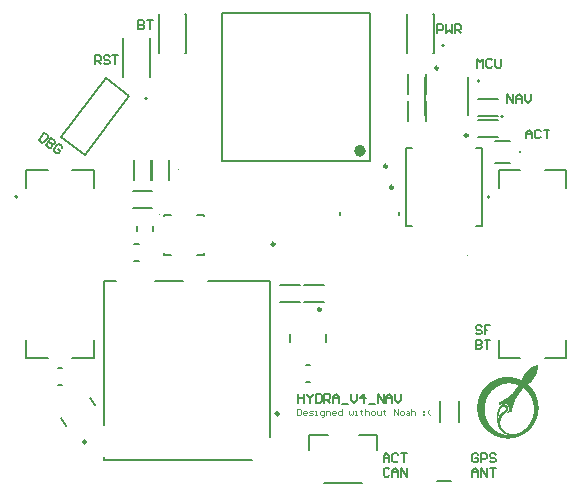
<source format=gto>
G04*
G04 #@! TF.GenerationSoftware,Altium Limited,Altium Designer,24.4.1 (13)*
G04*
G04 Layer_Color=65535*
%FSLAX44Y44*%
%MOMM*%
G71*
G04*
G04 #@! TF.SameCoordinates,55532D4A-085B-46E5-86D8-018E79720E20*
G04*
G04*
G04 #@! TF.FilePolarity,Positive*
G04*
G01*
G75*
%ADD10C,0.1000*%
%ADD11C,0.2500*%
%ADD12C,0.2000*%
%ADD13C,0.5000*%
%ADD14C,0.1500*%
G36*
X205000Y-85000D02*
X204970Y-85711D01*
X204941Y-85800D01*
X204896Y-86170D01*
X204867Y-86584D01*
X204837Y-86940D01*
X204807Y-87117D01*
X204778Y-87265D01*
X204734Y-87665D01*
X204660Y-88124D01*
X204630Y-88243D01*
X204600Y-88391D01*
X204571Y-88657D01*
X204541Y-88805D01*
X204511Y-88924D01*
X204467Y-89087D01*
X204437Y-89294D01*
X204408Y-89472D01*
X204349Y-89620D01*
X204319Y-89738D01*
X204275Y-90019D01*
X204215Y-90167D01*
X204171Y-90330D01*
X204141Y-90538D01*
X204052Y-90745D01*
X204023Y-90863D01*
X203978Y-91056D01*
X203919Y-91204D01*
X203830Y-91530D01*
X203756Y-91692D01*
X203727Y-91811D01*
X203579Y-92196D01*
X203549Y-92314D01*
X203431Y-92581D01*
X203401Y-92699D01*
X203342Y-92759D01*
X203312Y-92877D01*
X203164Y-93203D01*
X203105Y-93351D01*
X202986Y-93617D01*
X202957Y-93677D01*
X202897Y-93736D01*
X202853Y-93899D01*
X202779Y-94002D01*
X202720Y-94150D01*
X202690Y-94210D01*
X202631Y-94269D01*
X202557Y-94461D01*
X202512Y-94506D01*
X202483Y-94565D01*
X202365Y-94772D01*
X202216Y-95039D01*
X202098Y-95246D01*
X202039Y-95305D01*
X202009Y-95424D01*
X201891Y-95542D01*
X201861Y-95631D01*
X201743Y-95809D01*
X201713Y-95868D01*
X201624Y-95957D01*
X201535Y-96105D01*
X201417Y-96283D01*
X201387Y-96342D01*
X201298Y-96431D01*
X201269Y-96490D01*
X201180Y-96579D01*
X201091Y-96727D01*
X200810Y-97097D01*
X200765Y-97141D01*
X200736Y-97200D01*
X200617Y-97319D01*
X200529Y-97467D01*
X200440Y-97556D01*
X200410Y-97615D01*
X200292Y-97733D01*
X200262Y-97793D01*
X200084Y-97970D01*
X200055Y-98030D01*
X199907Y-98178D01*
X199877Y-98237D01*
X199729Y-98385D01*
X199699Y-98444D01*
X199640Y-98474D01*
X199611Y-98533D01*
X199462Y-98681D01*
X199433Y-98740D01*
X199344Y-98799D01*
X199314Y-98859D01*
X197967Y-100206D01*
X197923Y-100221D01*
X197893Y-100280D01*
X197848Y-100325D01*
X197789Y-100354D01*
X197701Y-100473D01*
X197641Y-100502D01*
X197256Y-100887D01*
X197197Y-100917D01*
X196960Y-101154D01*
X196901Y-101183D01*
X196634Y-101450D01*
X196575Y-101480D01*
X196427Y-101628D01*
X196368Y-101657D01*
X196324Y-101790D01*
X196353Y-101879D01*
X196397Y-101924D01*
X196457Y-101953D01*
X196575Y-102072D01*
X196620Y-102087D01*
X196649Y-102146D01*
X196827Y-102294D01*
X197019Y-102486D01*
X197064Y-102501D01*
X197093Y-102560D01*
X197138Y-102605D01*
X197197Y-102634D01*
X197256Y-102723D01*
X197316Y-102753D01*
X198071Y-103508D01*
X198100Y-103567D01*
X198145Y-103612D01*
X198189Y-103626D01*
X198219Y-103686D01*
X198604Y-104071D01*
X198633Y-104130D01*
X198781Y-104278D01*
X198796Y-104322D01*
X198855Y-104352D01*
X198929Y-104456D01*
X199018Y-104544D01*
X199048Y-104604D01*
X199166Y-104722D01*
X199196Y-104781D01*
X199314Y-104900D01*
X199344Y-104959D01*
X199462Y-105077D01*
X199492Y-105137D01*
X199581Y-105225D01*
X199611Y-105285D01*
X199744Y-105448D01*
X199981Y-105744D01*
X200025Y-105788D01*
X200055Y-105847D01*
X200203Y-106055D01*
X200232Y-106114D01*
X200321Y-106203D01*
X200351Y-106262D01*
X200440Y-106351D01*
X200558Y-106558D01*
X200617Y-106617D01*
X200647Y-106677D01*
X200706Y-106736D01*
X200795Y-106884D01*
X200854Y-106943D01*
X201091Y-107358D01*
X201150Y-107417D01*
X201239Y-107565D01*
X201358Y-107772D01*
X201417Y-107831D01*
X201654Y-108246D01*
X201831Y-108542D01*
X201980Y-108809D01*
X202098Y-109016D01*
X202246Y-109283D01*
X202335Y-109490D01*
X202365Y-109549D01*
X202424Y-109608D01*
X202453Y-109727D01*
X202483Y-109786D01*
X202601Y-109964D01*
X202631Y-110082D01*
X202690Y-110141D01*
X202779Y-110378D01*
X202897Y-110645D01*
X202927Y-110704D01*
X203046Y-110970D01*
X203075Y-111030D01*
X203164Y-111237D01*
X203312Y-111563D01*
X203342Y-111681D01*
X203460Y-111948D01*
X203490Y-112066D01*
X203549Y-112125D01*
X203608Y-112362D01*
X203638Y-112421D01*
X203727Y-112629D01*
X203771Y-112792D01*
X203845Y-112954D01*
X203875Y-113073D01*
X203919Y-113236D01*
X203993Y-113399D01*
X204052Y-113636D01*
X204141Y-113843D01*
X204186Y-114065D01*
X204245Y-114213D01*
X204289Y-114376D01*
X204334Y-114598D01*
X204408Y-114790D01*
X204437Y-114909D01*
X204482Y-115131D01*
X204556Y-115383D01*
X204585Y-115501D01*
X204615Y-115768D01*
X204674Y-115916D01*
X204704Y-116034D01*
X204734Y-116241D01*
X204763Y-116360D01*
X204807Y-116552D01*
X204837Y-116671D01*
X204867Y-116908D01*
X204926Y-117263D01*
X204985Y-117500D01*
X205015Y-117855D01*
X205044Y-118122D01*
X205074Y-118270D01*
X205104Y-118448D01*
X205148Y-118847D01*
X205193Y-119632D01*
X205222Y-119810D01*
X205266Y-119913D01*
X205296Y-120002D01*
X205281Y-123186D01*
X205237Y-123200D01*
X205178Y-123615D01*
X205133Y-124429D01*
X205104Y-124666D01*
X205044Y-124962D01*
X205015Y-125259D01*
X204985Y-125584D01*
X204956Y-125732D01*
X204911Y-125895D01*
X204852Y-126310D01*
X204807Y-126561D01*
X204763Y-126724D01*
X204734Y-126932D01*
X204660Y-127243D01*
X204615Y-127406D01*
X204585Y-127524D01*
X204556Y-127761D01*
X204526Y-127850D01*
X204467Y-127998D01*
X204423Y-128279D01*
X204363Y-128427D01*
X204319Y-128590D01*
X204289Y-128708D01*
X204245Y-128871D01*
X204171Y-129064D01*
X204126Y-129316D01*
X204023Y-129567D01*
X203978Y-129760D01*
X203875Y-130011D01*
X203830Y-130204D01*
X203786Y-130248D01*
X203727Y-130485D01*
X203667Y-130633D01*
X203579Y-130841D01*
X203549Y-130959D01*
X203431Y-131226D01*
X203401Y-131344D01*
X203342Y-131403D01*
X203312Y-131522D01*
X203268Y-131685D01*
X203223Y-131729D01*
X203105Y-132025D01*
X203016Y-132232D01*
X202720Y-132884D01*
X202690Y-132943D01*
X202631Y-133002D01*
X202557Y-133195D01*
X202216Y-133831D01*
X202157Y-133980D01*
X202128Y-134039D01*
X202068Y-134098D01*
X201772Y-134631D01*
X201654Y-134838D01*
X201506Y-135105D01*
X201298Y-135430D01*
X201269Y-135490D01*
X201210Y-135549D01*
X201091Y-135756D01*
X201032Y-135815D01*
X201002Y-135904D01*
X200884Y-136082D01*
X200854Y-136141D01*
X200765Y-136230D01*
X200676Y-136378D01*
X200617Y-136437D01*
X200529Y-136585D01*
X200469Y-136645D01*
X200380Y-136793D01*
X200232Y-137000D01*
X199951Y-137370D01*
X199907Y-137415D01*
X199818Y-137563D01*
X199729Y-137652D01*
X199699Y-137711D01*
X199611Y-137800D01*
X199581Y-137859D01*
X199492Y-137948D01*
X199462Y-138007D01*
X199329Y-138170D01*
X199270Y-138258D01*
X199211Y-138288D01*
X199063Y-138466D01*
X198989Y-138569D01*
X198870Y-138688D01*
X198841Y-138747D01*
X198722Y-138866D01*
X198692Y-138925D01*
X198574Y-139043D01*
X198559Y-139088D01*
X198500Y-139117D01*
X198352Y-139295D01*
X198011Y-139635D01*
X197997Y-139680D01*
X197937Y-139710D01*
X197893Y-139754D01*
X197863Y-139813D01*
X197775Y-139872D01*
X197745Y-139932D01*
X197552Y-140124D01*
X197508Y-140139D01*
X197478Y-140198D01*
X197434Y-140243D01*
X197375Y-140272D01*
X197330Y-140317D01*
X197316Y-140361D01*
X197256Y-140391D01*
X196812Y-140835D01*
X196753Y-140864D01*
X196723Y-140924D01*
X196664Y-140953D01*
X196516Y-141101D01*
X196457Y-141131D01*
X196338Y-141249D01*
X196279Y-141279D01*
X196161Y-141397D01*
X196101Y-141427D01*
X195865Y-141664D01*
X195805Y-141694D01*
X195687Y-141812D01*
X195628Y-141842D01*
X195539Y-141931D01*
X195391Y-142019D01*
X195302Y-142108D01*
X195243Y-142138D01*
X195154Y-142227D01*
X195095Y-142256D01*
X194976Y-142375D01*
X194828Y-142464D01*
X194769Y-142523D01*
X194621Y-142612D01*
X194562Y-142671D01*
X194502Y-142701D01*
X194414Y-142789D01*
X194206Y-142908D01*
X194147Y-142967D01*
X194088Y-142997D01*
X193999Y-143085D01*
X193851Y-143174D01*
X193643Y-143293D01*
X193584Y-143352D01*
X193436Y-143441D01*
X193229Y-143559D01*
X193140Y-143648D01*
X192726Y-143885D01*
X192666Y-143944D01*
X192548Y-143974D01*
X192459Y-144063D01*
X192267Y-144137D01*
X192192Y-144211D01*
X191748Y-144448D01*
X191689Y-144507D01*
X191526Y-144551D01*
X191452Y-144625D01*
X191260Y-144699D01*
X191186Y-144773D01*
X191023Y-144818D01*
X190919Y-144892D01*
X190771Y-144951D01*
X190712Y-144981D01*
X190564Y-145070D01*
X190416Y-145129D01*
X190149Y-145247D01*
X189823Y-145395D01*
X189764Y-145425D01*
X189705Y-145484D01*
X189513Y-145528D01*
X189320Y-145632D01*
X189202Y-145662D01*
X188935Y-145780D01*
X188743Y-145854D01*
X188580Y-145928D01*
X188417Y-145973D01*
X188165Y-146076D01*
X187973Y-146150D01*
X187839Y-146195D01*
X187603Y-146254D01*
X187395Y-146343D01*
X187158Y-146402D01*
X186951Y-146491D01*
X186759Y-146535D01*
X186611Y-146594D01*
X186448Y-146639D01*
X186225Y-146683D01*
X186033Y-146757D01*
X185915Y-146787D01*
X185693Y-146831D01*
X185574Y-146861D01*
X185411Y-146905D01*
X185293Y-146935D01*
X185071Y-146980D01*
X184819Y-147053D01*
X184389Y-147128D01*
X184153Y-147187D01*
X183679Y-147246D01*
X183560Y-147276D01*
X183398Y-147320D01*
X183190Y-147350D01*
X182731Y-147394D01*
X182435Y-147453D01*
X182035Y-147498D01*
X181191Y-147542D01*
X181014Y-147572D01*
X180925Y-147601D01*
X180910Y-147646D01*
X177653Y-147616D01*
X177505Y-147557D01*
X177208Y-147527D01*
X176231Y-147468D01*
X176142Y-147438D01*
X175787Y-147379D01*
X175402Y-147350D01*
X175121Y-147305D01*
X174958Y-147261D01*
X174839Y-147231D01*
X174440Y-147187D01*
X174084Y-147098D01*
X173729Y-147039D01*
X173388Y-146935D01*
X173092Y-146905D01*
X172944Y-146846D01*
X172707Y-146787D01*
X172544Y-146743D01*
X172352Y-146669D01*
X172130Y-146624D01*
X171789Y-146521D01*
X171523Y-146461D01*
X171315Y-146372D01*
X171153Y-146328D01*
X170990Y-146254D01*
X170871Y-146224D01*
X170708Y-146180D01*
X170546Y-146106D01*
X170309Y-146047D01*
X170042Y-145928D01*
X169746Y-145810D01*
X169554Y-145736D01*
X169509Y-145691D01*
X169391Y-145662D01*
X169228Y-145617D01*
X169035Y-145514D01*
X168917Y-145484D01*
X168858Y-145425D01*
X168710Y-145366D01*
X168621Y-145336D01*
X168473Y-145247D01*
X168354Y-145218D01*
X168029Y-145070D01*
X167969Y-145040D01*
X167821Y-144951D01*
X166844Y-144448D01*
X166577Y-144299D01*
X166518Y-144240D01*
X166400Y-144211D01*
X166311Y-144122D01*
X166119Y-144048D01*
X166044Y-143974D01*
X165896Y-143915D01*
X165837Y-143855D01*
X165630Y-143737D01*
X165571Y-143678D01*
X165423Y-143618D01*
X165334Y-143530D01*
X165186Y-143441D01*
X164978Y-143322D01*
X164919Y-143263D01*
X164712Y-143145D01*
X164342Y-142863D01*
X164105Y-142715D01*
X164060Y-142671D01*
X164001Y-142641D01*
X163912Y-142552D01*
X163764Y-142464D01*
X163705Y-142404D01*
X163646Y-142375D01*
X163483Y-142241D01*
X163187Y-142004D01*
X163142Y-141960D01*
X163083Y-141931D01*
X162994Y-141842D01*
X162846Y-141753D01*
X162757Y-141664D01*
X162698Y-141634D01*
X162461Y-141397D01*
X162402Y-141368D01*
X162284Y-141249D01*
X162224Y-141220D01*
X162076Y-141072D01*
X162017Y-141042D01*
X161928Y-140953D01*
X161869Y-140924D01*
X161825Y-140879D01*
X161810Y-140835D01*
X161751Y-140805D01*
X161306Y-140361D01*
X161262Y-140346D01*
X161232Y-140287D01*
X161188Y-140243D01*
X161129Y-140213D01*
X161070Y-140124D01*
X161010Y-140094D01*
X160818Y-139902D01*
X160788Y-139843D01*
X160699Y-139784D01*
X160670Y-139724D01*
X160625Y-139680D01*
X160581Y-139665D01*
X160551Y-139606D01*
X160137Y-139191D01*
X160107Y-139132D01*
X160063Y-139088D01*
X160018Y-139073D01*
X159989Y-139014D01*
X159870Y-138895D01*
X159840Y-138836D01*
X159722Y-138717D01*
X159692Y-138658D01*
X159544Y-138510D01*
X159515Y-138451D01*
X159396Y-138333D01*
X159367Y-138273D01*
X159278Y-138214D01*
X159248Y-138155D01*
X159159Y-138066D01*
X159130Y-138007D01*
X158997Y-137844D01*
X158923Y-137740D01*
X158863Y-137681D01*
X158834Y-137622D01*
X158715Y-137503D01*
X158626Y-137355D01*
X158567Y-137296D01*
X158538Y-137237D01*
X158449Y-137148D01*
X158360Y-137000D01*
X158301Y-136941D01*
X158271Y-136882D01*
X158123Y-136674D01*
X158093Y-136615D01*
X158005Y-136526D01*
X157916Y-136378D01*
X157857Y-136319D01*
X157768Y-136171D01*
X157708Y-136112D01*
X157679Y-136023D01*
X157590Y-135934D01*
X157531Y-135786D01*
X157442Y-135697D01*
X157205Y-135282D01*
X157146Y-135223D01*
X157057Y-135075D01*
X156909Y-134809D01*
X156790Y-134601D01*
X156642Y-134335D01*
X156583Y-134276D01*
X156553Y-134157D01*
X156435Y-133980D01*
X155902Y-132943D01*
X155843Y-132795D01*
X155724Y-132528D01*
X155428Y-131877D01*
X155310Y-131610D01*
X155236Y-131418D01*
X155162Y-131255D01*
X155117Y-131092D01*
X155043Y-130959D01*
X155014Y-130841D01*
X154955Y-130693D01*
X154866Y-130485D01*
X154821Y-130322D01*
X154747Y-130160D01*
X154703Y-129967D01*
X154643Y-129819D01*
X154599Y-129686D01*
X154570Y-129567D01*
X154495Y-129375D01*
X154451Y-129241D01*
X154392Y-128975D01*
X154333Y-128827D01*
X154303Y-128708D01*
X154258Y-128516D01*
X154199Y-128368D01*
X154155Y-128205D01*
X154110Y-127983D01*
X154036Y-127731D01*
X154007Y-127524D01*
X153962Y-127331D01*
X153888Y-127080D01*
X153859Y-126872D01*
X153814Y-126680D01*
X153755Y-126443D01*
X153726Y-126177D01*
X153666Y-125851D01*
X153607Y-125614D01*
X153577Y-125259D01*
X153548Y-124992D01*
X153518Y-124814D01*
X153489Y-124666D01*
X153444Y-124267D01*
X153400Y-123482D01*
X153370Y-123304D01*
X153326Y-123200D01*
X153296Y-123112D01*
X153326Y-119884D01*
X153385Y-119736D01*
X153415Y-119440D01*
X153444Y-118699D01*
X153474Y-118581D01*
X153503Y-118285D01*
X153533Y-118196D01*
X153563Y-117900D01*
X153592Y-117692D01*
X153622Y-117367D01*
X153681Y-117219D01*
X153740Y-116715D01*
X153770Y-116597D01*
X153814Y-116434D01*
X153844Y-116286D01*
X153903Y-115931D01*
X153977Y-115679D01*
X154007Y-115560D01*
X154036Y-115323D01*
X154096Y-115175D01*
X154155Y-114938D01*
X154199Y-114716D01*
X154273Y-114553D01*
X154303Y-114346D01*
X154377Y-114154D01*
X154421Y-113991D01*
X154466Y-113798D01*
X154525Y-113650D01*
X154570Y-113517D01*
X154614Y-113354D01*
X154673Y-113206D01*
X154718Y-113073D01*
X154762Y-112910D01*
X154836Y-112747D01*
X154895Y-112510D01*
X155014Y-112244D01*
X155043Y-112125D01*
X155132Y-111977D01*
X155177Y-111814D01*
X155221Y-111711D01*
X155280Y-111563D01*
X155354Y-111370D01*
X155399Y-111326D01*
X155428Y-111207D01*
X155872Y-110230D01*
X156228Y-109549D01*
X156317Y-109342D01*
X156346Y-109283D01*
X156405Y-109223D01*
X156435Y-109105D01*
X156553Y-108927D01*
X156790Y-108512D01*
X156938Y-108246D01*
X157057Y-108039D01*
X157116Y-107979D01*
X157353Y-107565D01*
X157412Y-107506D01*
X157531Y-107298D01*
X157738Y-106973D01*
X157768Y-106913D01*
X157857Y-106825D01*
X157901Y-106721D01*
X157945Y-106706D01*
X157975Y-106647D01*
X158167Y-106366D01*
X158242Y-106262D01*
X158449Y-105966D01*
X158478Y-105907D01*
X158567Y-105818D01*
X158597Y-105758D01*
X158715Y-105640D01*
X158745Y-105581D01*
X158834Y-105492D01*
X158863Y-105433D01*
X158923Y-105374D01*
X158952Y-105314D01*
X159085Y-105152D01*
X159130Y-105107D01*
X159159Y-105048D01*
X159278Y-104929D01*
X159307Y-104870D01*
X159426Y-104752D01*
X159456Y-104692D01*
X159604Y-104544D01*
X159633Y-104485D01*
X159722Y-104396D01*
X159737Y-104352D01*
X159796Y-104322D01*
X159870Y-104219D01*
X159989Y-104100D01*
X160018Y-104041D01*
X160551Y-103508D01*
X160581Y-103449D01*
X160670Y-103390D01*
X160699Y-103330D01*
X161306Y-102723D01*
X161366Y-102694D01*
X161425Y-102605D01*
X161484Y-102575D01*
X161899Y-102161D01*
X161958Y-102131D01*
X162195Y-101894D01*
X162254Y-101865D01*
X162372Y-101746D01*
X162432Y-101716D01*
X162580Y-101568D01*
X162639Y-101539D01*
X162757Y-101420D01*
X162802Y-101405D01*
X162817Y-101361D01*
X162876Y-101331D01*
X162980Y-101257D01*
X162994Y-101213D01*
X163142Y-101124D01*
X163231Y-101035D01*
X163290Y-101006D01*
X163379Y-100917D01*
X163527Y-100828D01*
X163616Y-100739D01*
X163675Y-100710D01*
X163705Y-100650D01*
X163912Y-100532D01*
X163972Y-100473D01*
X164031Y-100443D01*
X164090Y-100384D01*
X164149Y-100354D01*
X164312Y-100221D01*
X164549Y-100073D01*
X164653Y-99999D01*
X164712Y-99940D01*
X164919Y-99821D01*
X165126Y-99673D01*
X165334Y-99555D01*
X165393Y-99495D01*
X165556Y-99421D01*
X165571Y-99377D01*
X165778Y-99258D01*
X166044Y-99110D01*
X166252Y-98992D01*
X166518Y-98844D01*
X166577Y-98785D01*
X166696Y-98755D01*
X166785Y-98666D01*
X166933Y-98607D01*
X166992Y-98577D01*
X167051Y-98518D01*
X167244Y-98444D01*
X167880Y-98104D01*
X168029Y-98044D01*
X168088Y-98015D01*
X168621Y-97778D01*
X169006Y-97600D01*
X169065Y-97571D01*
X169124Y-97511D01*
X169346Y-97467D01*
X169539Y-97363D01*
X169702Y-97319D01*
X169953Y-97215D01*
X170101Y-97156D01*
X170309Y-97067D01*
X170427Y-97038D01*
X170634Y-96949D01*
X170753Y-96919D01*
X170916Y-96875D01*
X171079Y-96801D01*
X171315Y-96742D01*
X171523Y-96653D01*
X171641Y-96623D01*
X171834Y-96549D01*
X171997Y-96505D01*
X172234Y-96475D01*
X172441Y-96386D01*
X172559Y-96356D01*
X172722Y-96312D01*
X172974Y-96238D01*
X173181Y-96208D01*
X173374Y-96164D01*
X173625Y-96090D01*
X173833Y-96060D01*
X173951Y-96031D01*
X174099Y-95971D01*
X174395Y-95942D01*
X174603Y-95912D01*
X174721Y-95883D01*
X174913Y-95838D01*
X175032Y-95809D01*
X175298Y-95779D01*
X175535Y-95749D01*
X175683Y-95720D01*
X175861Y-95690D01*
X176261Y-95646D01*
X176720Y-95601D01*
X176957Y-95572D01*
X177253Y-95542D01*
X177667Y-95513D01*
X178911Y-95483D01*
X179666Y-95468D01*
X179755Y-95498D01*
X181325Y-95527D01*
X181413Y-95557D01*
X181872Y-95601D01*
X182139Y-95631D01*
X182524Y-95661D01*
X183057Y-95749D01*
X183294Y-95779D01*
X183590Y-95809D01*
X183827Y-95868D01*
X183975Y-95898D01*
X184153Y-95927D01*
X184389Y-95957D01*
X184538Y-95986D01*
X184671Y-96031D01*
X184789Y-96060D01*
X185174Y-96120D01*
X185322Y-96179D01*
X185441Y-96208D01*
X185693Y-96253D01*
X186033Y-96356D01*
X186255Y-96401D01*
X186418Y-96475D01*
X186625Y-96505D01*
X186818Y-96579D01*
X186951Y-96623D01*
X187218Y-96682D01*
X187425Y-96771D01*
X187543Y-96801D01*
X187839Y-96919D01*
X188032Y-96964D01*
X188165Y-97038D01*
X188284Y-97067D01*
X188447Y-97112D01*
X188491Y-97156D01*
X188698Y-97215D01*
X189024Y-97363D01*
X189142Y-97393D01*
X189675Y-97630D01*
X189823Y-97689D01*
X190090Y-97808D01*
X190149Y-97837D01*
X190475Y-97985D01*
X190593Y-97956D01*
X190638Y-97911D01*
X190712Y-97719D01*
X190786Y-97645D01*
X190860Y-97452D01*
X190934Y-97378D01*
X190978Y-97215D01*
X191052Y-97141D01*
X191112Y-96993D01*
X191141Y-96934D01*
X191201Y-96875D01*
X191245Y-96742D01*
X191260Y-96727D01*
X191289Y-96667D01*
X191378Y-96519D01*
X191585Y-96134D01*
X191645Y-96075D01*
X191674Y-95957D01*
X191793Y-95779D01*
X192030Y-95365D01*
X192178Y-95098D01*
X192296Y-94891D01*
X192355Y-94831D01*
X192385Y-94713D01*
X192474Y-94624D01*
X192622Y-94358D01*
X192829Y-94032D01*
X192859Y-93973D01*
X192918Y-93913D01*
X193155Y-93499D01*
X193214Y-93440D01*
X193303Y-93292D01*
X193451Y-93084D01*
X193570Y-92877D01*
X193658Y-92788D01*
X193688Y-92699D01*
X193777Y-92611D01*
X193866Y-92462D01*
X193925Y-92403D01*
X194014Y-92255D01*
X194073Y-92196D01*
X194102Y-92137D01*
X194221Y-92018D01*
X194310Y-91870D01*
X194369Y-91811D01*
X194399Y-91752D01*
X194487Y-91663D01*
X194576Y-91515D01*
X194665Y-91426D01*
X194695Y-91367D01*
X194902Y-91159D01*
X194932Y-91100D01*
X195065Y-90937D01*
X195198Y-90804D01*
X195228Y-90745D01*
X195346Y-90626D01*
X195376Y-90567D01*
X196205Y-89738D01*
X196235Y-89679D01*
X196338Y-89605D01*
X196694Y-89249D01*
X196753Y-89220D01*
X196990Y-88983D01*
X197049Y-88953D01*
X197167Y-88835D01*
X197227Y-88805D01*
X197316Y-88716D01*
X197375Y-88687D01*
X197478Y-88613D01*
X197493Y-88568D01*
X197552Y-88539D01*
X197626Y-88494D01*
X197656Y-88435D01*
X197819Y-88331D01*
X198189Y-88050D01*
X198234Y-88006D01*
X198441Y-87887D01*
X198648Y-87739D01*
X198974Y-87532D01*
X199033Y-87502D01*
X199092Y-87443D01*
X199300Y-87325D01*
X199566Y-87177D01*
X199773Y-87058D01*
X200040Y-86910D01*
X200099Y-86851D01*
X200262Y-86806D01*
X200336Y-86732D01*
X200529Y-86658D01*
X200721Y-86555D01*
X200839Y-86525D01*
X200928Y-86436D01*
X201091Y-86392D01*
X201284Y-86288D01*
X201476Y-86214D01*
X201639Y-86140D01*
X201831Y-86066D01*
X201876Y-86022D01*
X201994Y-85992D01*
X202187Y-85918D01*
X202231Y-85874D01*
X202424Y-85829D01*
X202735Y-85696D01*
X202912Y-85666D01*
X203060Y-85577D01*
X203253Y-85533D01*
X203505Y-85429D01*
X203771Y-85370D01*
X203978Y-85281D01*
X204171Y-85237D01*
X204319Y-85178D01*
X204482Y-85133D01*
X204748Y-85104D01*
X204822Y-85030D01*
X204837Y-84985D01*
X205000Y-85000D01*
D02*
G37*
%LPC*%
G36*
X175876Y-120669D02*
X175135Y-120698D01*
X174928Y-120787D01*
X174780Y-120817D01*
X174721Y-120876D01*
X174454Y-121024D01*
X174395Y-121083D01*
X174336Y-121113D01*
X174247Y-121202D01*
X174188Y-121231D01*
X174040Y-121379D01*
X173981Y-121409D01*
X173907Y-121483D01*
X173877Y-121542D01*
X173759Y-121661D01*
X173729Y-121720D01*
X173610Y-121838D01*
X173522Y-121986D01*
X173314Y-122312D01*
X173107Y-122697D01*
X173048Y-122845D01*
X172959Y-122993D01*
X172900Y-123141D01*
X172781Y-123408D01*
X172707Y-123600D01*
X172663Y-123645D01*
X172604Y-123882D01*
X172485Y-124148D01*
X172441Y-124311D01*
X172381Y-124429D01*
X172367Y-124444D01*
X172337Y-124563D01*
X172293Y-124726D01*
X172219Y-124888D01*
X172145Y-125199D01*
X172071Y-125362D01*
X172026Y-125614D01*
X171967Y-125762D01*
X171923Y-125925D01*
X171878Y-126147D01*
X171804Y-126339D01*
X171775Y-126458D01*
X171730Y-126710D01*
X171656Y-126961D01*
X171626Y-127080D01*
X171582Y-127361D01*
X171508Y-127613D01*
X171478Y-127820D01*
X171434Y-128013D01*
X171375Y-128249D01*
X171345Y-128486D01*
X171315Y-128753D01*
X171256Y-128990D01*
X171227Y-129138D01*
X171197Y-129434D01*
X171153Y-129834D01*
X171123Y-129952D01*
X171064Y-130248D01*
X171108Y-130352D01*
X171153Y-130337D01*
X171182Y-130219D01*
X171227Y-130056D01*
X171271Y-130011D01*
X171330Y-129863D01*
X171375Y-129671D01*
X171464Y-129434D01*
X171493Y-129316D01*
X171626Y-129004D01*
X171656Y-128886D01*
X171715Y-128827D01*
X171775Y-128620D01*
X171923Y-128294D01*
X171952Y-128235D01*
X172011Y-128175D01*
X172100Y-127938D01*
X172160Y-127879D01*
X172189Y-127761D01*
X172278Y-127613D01*
X172396Y-127406D01*
X172456Y-127346D01*
X172574Y-127139D01*
X172766Y-126858D01*
X173003Y-126561D01*
X173078Y-126458D01*
X173344Y-126191D01*
X173359Y-126147D01*
X173418Y-126117D01*
X173492Y-126014D01*
X173566Y-125940D01*
X173625Y-125910D01*
X173788Y-125777D01*
X173833Y-125732D01*
X173892Y-125703D01*
X173981Y-125614D01*
X174129Y-125525D01*
X174336Y-125407D01*
X174395Y-125347D01*
X174514Y-125318D01*
X174691Y-125199D01*
X174810Y-125170D01*
X174958Y-125081D01*
X175239Y-124977D01*
X175284Y-124933D01*
X175550Y-124874D01*
X175817Y-124755D01*
X175935Y-124726D01*
X175994Y-124666D01*
X176231Y-124607D01*
X176290Y-124577D01*
X176350Y-124518D01*
X176468Y-124489D01*
X176616Y-124400D01*
X176675Y-124340D01*
X176735Y-124311D01*
X176824Y-124222D01*
X176971Y-124133D01*
X177016Y-124089D01*
X177046Y-124030D01*
X177164Y-123911D01*
X177194Y-123852D01*
X177283Y-123704D01*
X177460Y-123319D01*
X177490Y-123171D01*
X177549Y-123023D01*
X177579Y-122727D01*
X177549Y-122253D01*
X177460Y-122046D01*
X177430Y-121868D01*
X177312Y-121690D01*
X177253Y-121542D01*
X177164Y-121453D01*
X177134Y-121394D01*
X176824Y-121083D01*
X176764Y-121053D01*
X176675Y-120965D01*
X176483Y-120891D01*
X176409Y-120817D01*
X176142Y-120757D01*
X175994Y-120698D01*
X175876Y-120669D01*
D02*
G37*
G36*
X179962Y-100887D02*
X179874Y-100917D01*
X178837Y-100947D01*
X178748Y-100976D01*
X177949Y-101035D01*
X177830Y-101065D01*
X177549Y-101109D01*
X177194Y-101169D01*
X176957Y-101198D01*
X176809Y-101228D01*
X176646Y-101272D01*
X176527Y-101302D01*
X176157Y-101346D01*
X175817Y-101450D01*
X175535Y-101494D01*
X175387Y-101553D01*
X175269Y-101583D01*
X175121Y-101613D01*
X175002Y-101642D01*
X174839Y-101716D01*
X174499Y-101790D01*
X174336Y-101865D01*
X174144Y-101909D01*
X173995Y-101968D01*
X173803Y-102042D01*
X173655Y-102072D01*
X173596Y-102131D01*
X173403Y-102175D01*
X173285Y-102205D01*
X173092Y-102309D01*
X172929Y-102353D01*
X172885Y-102397D01*
X172737Y-102457D01*
X172574Y-102501D01*
X172530Y-102545D01*
X172248Y-102649D01*
X172115Y-102723D01*
X171967Y-102782D01*
X171819Y-102871D01*
X171626Y-102945D01*
X171582Y-102990D01*
X171464Y-103019D01*
X171315Y-103108D01*
X170783Y-103404D01*
X170634Y-103463D01*
X170486Y-103552D01*
X170279Y-103671D01*
X170220Y-103730D01*
X170101Y-103760D01*
X170012Y-103848D01*
X169598Y-104085D01*
X169539Y-104145D01*
X169391Y-104234D01*
X169331Y-104293D01*
X169183Y-104382D01*
X168976Y-104500D01*
X168917Y-104559D01*
X168769Y-104648D01*
X168710Y-104707D01*
X168650Y-104737D01*
X168280Y-105018D01*
X168176Y-105092D01*
X168117Y-105152D01*
X167969Y-105240D01*
X167910Y-105300D01*
X167851Y-105329D01*
X167732Y-105448D01*
X167673Y-105477D01*
X167555Y-105596D01*
X167495Y-105625D01*
X167466Y-105684D01*
X167407Y-105714D01*
X167244Y-105847D01*
X167199Y-105892D01*
X167140Y-105921D01*
X166903Y-106158D01*
X166844Y-106188D01*
X166577Y-106454D01*
X166518Y-106484D01*
X166459Y-106573D01*
X166400Y-106602D01*
X166355Y-106647D01*
X166341Y-106691D01*
X166281Y-106721D01*
X166207Y-106795D01*
X166192Y-106839D01*
X166133Y-106869D01*
X165911Y-107091D01*
X165896Y-107135D01*
X165837Y-107165D01*
X165793Y-107210D01*
X165763Y-107269D01*
X165660Y-107343D01*
X165511Y-107521D01*
X165378Y-107654D01*
X165348Y-107713D01*
X165260Y-107772D01*
X165230Y-107831D01*
X165082Y-107979D01*
X165052Y-108039D01*
X164934Y-108157D01*
X164904Y-108216D01*
X164786Y-108335D01*
X164756Y-108394D01*
X164638Y-108512D01*
X164608Y-108572D01*
X164490Y-108690D01*
X164460Y-108749D01*
X164371Y-108838D01*
X164342Y-108897D01*
X164253Y-108986D01*
X164223Y-109046D01*
X164090Y-109208D01*
X164016Y-109312D01*
X163957Y-109371D01*
X163868Y-109519D01*
X163809Y-109579D01*
X163720Y-109727D01*
X163661Y-109786D01*
X163572Y-109934D01*
X163424Y-110141D01*
X163216Y-110467D01*
X163187Y-110526D01*
X163098Y-110615D01*
X163068Y-110704D01*
X162950Y-110882D01*
X162861Y-111030D01*
X162743Y-111237D01*
X162683Y-111296D01*
X162624Y-111444D01*
X162565Y-111503D01*
X162506Y-111651D01*
X162476Y-111711D01*
X162417Y-111770D01*
X162343Y-111962D01*
X162269Y-112036D01*
X162195Y-112229D01*
X162121Y-112303D01*
X162091Y-112421D01*
X161973Y-112629D01*
X161913Y-112777D01*
X161825Y-112925D01*
X161795Y-113043D01*
X161736Y-113103D01*
X161617Y-113399D01*
X161528Y-113606D01*
X161380Y-113932D01*
X161351Y-114021D01*
X161232Y-114287D01*
X161203Y-114405D01*
X161143Y-114465D01*
X161099Y-114657D01*
X161040Y-114805D01*
X160996Y-114850D01*
X160951Y-115042D01*
X160892Y-115190D01*
X160818Y-115383D01*
X160788Y-115560D01*
X160699Y-115768D01*
X160640Y-116004D01*
X160551Y-116212D01*
X160477Y-116523D01*
X160403Y-116715D01*
X160374Y-116952D01*
X160285Y-117160D01*
X160255Y-117367D01*
X160211Y-117559D01*
X160166Y-117722D01*
X160137Y-117840D01*
X160107Y-118048D01*
X160063Y-118240D01*
X160018Y-118403D01*
X159989Y-118522D01*
X159915Y-119069D01*
X159855Y-119306D01*
X159826Y-119602D01*
X159796Y-119928D01*
X159737Y-120284D01*
X159692Y-120683D01*
X159648Y-121557D01*
X159619Y-122238D01*
X159604Y-123260D01*
X159633Y-123349D01*
X159663Y-124415D01*
X159692Y-124503D01*
X159722Y-125244D01*
X159752Y-125333D01*
X159796Y-125614D01*
X159826Y-125940D01*
X159855Y-126236D01*
X159915Y-126473D01*
X159944Y-126621D01*
X159974Y-126887D01*
X160033Y-127213D01*
X160077Y-127376D01*
X160107Y-127494D01*
X160152Y-127776D01*
X160196Y-127938D01*
X160255Y-128175D01*
X160285Y-128412D01*
X160374Y-128620D01*
X160403Y-128827D01*
X160477Y-129019D01*
X160522Y-129182D01*
X160566Y-129375D01*
X160625Y-129523D01*
X160670Y-129656D01*
X160714Y-129848D01*
X160788Y-130011D01*
X160818Y-130130D01*
X160862Y-130293D01*
X160966Y-130544D01*
X160996Y-130663D01*
X161114Y-130929D01*
X161143Y-131048D01*
X161232Y-131255D01*
X161306Y-131448D01*
X161351Y-131492D01*
X161380Y-131610D01*
X161440Y-131758D01*
X161528Y-131966D01*
X161677Y-132262D01*
Y-132292D01*
X161973Y-132913D01*
X162002Y-132973D01*
X162062Y-133032D01*
X162150Y-133269D01*
X162210Y-133328D01*
X162284Y-133520D01*
X162358Y-133595D01*
X162432Y-133787D01*
X162506Y-133861D01*
X162535Y-133980D01*
X162654Y-134157D01*
X162743Y-134305D01*
X162802Y-134365D01*
X162831Y-134483D01*
X162920Y-134572D01*
X163157Y-134986D01*
X163216Y-135046D01*
X163305Y-135194D01*
X163424Y-135401D01*
X163512Y-135490D01*
X163601Y-135638D01*
X163897Y-136052D01*
X164179Y-136423D01*
X164223Y-136467D01*
X164312Y-136615D01*
X164371Y-136674D01*
X164401Y-136734D01*
X164519Y-136852D01*
X164549Y-136911D01*
X164638Y-137000D01*
X164667Y-137059D01*
X164786Y-137178D01*
X164816Y-137237D01*
X164934Y-137355D01*
X164964Y-137415D01*
X165201Y-137652D01*
X165230Y-137711D01*
X165378Y-137859D01*
X165408Y-137918D01*
X165645Y-138155D01*
X165674Y-138214D01*
X165748Y-138288D01*
X165793Y-138303D01*
X165822Y-138362D01*
X165867Y-138407D01*
X165926Y-138436D01*
X166000Y-138540D01*
X166089Y-138599D01*
X166119Y-138658D01*
X166163Y-138703D01*
X166222Y-138732D01*
X166296Y-138836D01*
X166355Y-138866D01*
X166385Y-138925D01*
X166459Y-138999D01*
X166518Y-139029D01*
X166548Y-139088D01*
X166607Y-139117D01*
X166755Y-139265D01*
X166814Y-139295D01*
X167051Y-139532D01*
X167111Y-139562D01*
X167258Y-139710D01*
X167318Y-139739D01*
X167436Y-139858D01*
X167495Y-139887D01*
X167525Y-139946D01*
X167584Y-139976D01*
X167703Y-140094D01*
X167762Y-140124D01*
X167925Y-140257D01*
X168813Y-140939D01*
X169050Y-141087D01*
X169213Y-141190D01*
X169272Y-141249D01*
X169420Y-141338D01*
X169628Y-141457D01*
X169687Y-141516D01*
X170101Y-141753D01*
X170161Y-141812D01*
X170279Y-141842D01*
X170368Y-141931D01*
X170634Y-142079D01*
X171138Y-142345D01*
X171404Y-142493D01*
X171552Y-142552D01*
X171878Y-142701D01*
X171937Y-142730D01*
X172441Y-142967D01*
X172559Y-142997D01*
X172619Y-143056D01*
X172826Y-143115D01*
X173151Y-143263D01*
X173240Y-143293D01*
X173448Y-143382D01*
X173640Y-143426D01*
X173773Y-143500D01*
X173892Y-143530D01*
X174277Y-143678D01*
X174484Y-143707D01*
X174691Y-143796D01*
X174810Y-143826D01*
X174973Y-143870D01*
X175165Y-143944D01*
X175446Y-143989D01*
X175787Y-144092D01*
X176009Y-144137D01*
X176261Y-144211D01*
X176468Y-144240D01*
X176749Y-144285D01*
X176986Y-144344D01*
X177164Y-144374D01*
X177430Y-144403D01*
X177608Y-144433D01*
X177756Y-144462D01*
X177934Y-144492D01*
X178230Y-144522D01*
X178645Y-144551D01*
X178970Y-144581D01*
X179503Y-144640D01*
X180732Y-144655D01*
X180821Y-144625D01*
X181028Y-144596D01*
X181043Y-144581D01*
X180644Y-144536D01*
X179829Y-144492D01*
X179681Y-144462D01*
X179444Y-144403D01*
X179178Y-144374D01*
X179000Y-144344D01*
X178645Y-144255D01*
X178467Y-144226D01*
X178349Y-144196D01*
X178156Y-144122D01*
X178038Y-144092D01*
X177860Y-144063D01*
X177801Y-144003D01*
X177593Y-143944D01*
X177430Y-143900D01*
X177386Y-143855D01*
X177179Y-143796D01*
X176853Y-143648D01*
X176172Y-143293D01*
X175965Y-143174D01*
X175905Y-143115D01*
X175757Y-143056D01*
X175669Y-142967D01*
X175461Y-142849D01*
X175298Y-142745D01*
X175284Y-142701D01*
X175135Y-142612D01*
X175076Y-142552D01*
X174928Y-142464D01*
X174839Y-142375D01*
X174780Y-142345D01*
X174662Y-142227D01*
X174603Y-142197D01*
X174573Y-142138D01*
X174514Y-142108D01*
X174247Y-141842D01*
X174188Y-141812D01*
X174025Y-141649D01*
X173995Y-141590D01*
X173610Y-141205D01*
X173581Y-141146D01*
X173344Y-140909D01*
X173255Y-140761D01*
X173196Y-140702D01*
X173166Y-140642D01*
X173078Y-140554D01*
X173048Y-140494D01*
X172915Y-140331D01*
X172811Y-140169D01*
X172663Y-139961D01*
X172456Y-139635D01*
X172426Y-139576D01*
X172367Y-139517D01*
X172293Y-139325D01*
X172219Y-139251D01*
X172160Y-139102D01*
X172100Y-139043D01*
X172041Y-138895D01*
X171952Y-138747D01*
X171893Y-138599D01*
X171863Y-138540D01*
X171804Y-138481D01*
X171775Y-138362D01*
X171478Y-137711D01*
X171419Y-137563D01*
X171330Y-137355D01*
X171301Y-137237D01*
X171212Y-137030D01*
X171108Y-136748D01*
X171064Y-136615D01*
X171019Y-136423D01*
X170945Y-136260D01*
X170916Y-136141D01*
X170871Y-135978D01*
X170797Y-135815D01*
X170753Y-135534D01*
X170694Y-135386D01*
X170649Y-135223D01*
X170605Y-134972D01*
X170501Y-134631D01*
X170457Y-134290D01*
X170368Y-133935D01*
X170338Y-133669D01*
X170309Y-133491D01*
X170249Y-133195D01*
X170116Y-131995D01*
X170087Y-131788D01*
X170057Y-130781D01*
X170027Y-129508D01*
X170057Y-129419D01*
X170087Y-127998D01*
X170116Y-127909D01*
X170161Y-127509D01*
X170190Y-127272D01*
X170220Y-126917D01*
X170249Y-126680D01*
X170309Y-126384D01*
X170338Y-126206D01*
X170368Y-125940D01*
X170427Y-125703D01*
X170471Y-125540D01*
X170516Y-125199D01*
X170546Y-125081D01*
X170620Y-124888D01*
X170664Y-124577D01*
X170723Y-124429D01*
X170753Y-124311D01*
X170783Y-124163D01*
X170812Y-124044D01*
X170871Y-123896D01*
X170960Y-123571D01*
X171034Y-123408D01*
X171093Y-123141D01*
X171212Y-122875D01*
X171241Y-122756D01*
X171360Y-122490D01*
X171390Y-122371D01*
X171508Y-122105D01*
X171538Y-122046D01*
X171597Y-121986D01*
X171626Y-121868D01*
X171775Y-121542D01*
X171863Y-121394D01*
X171923Y-121246D01*
X171952Y-121157D01*
X172041Y-121068D01*
X172085Y-120876D01*
X172189Y-120713D01*
X172248Y-120565D01*
X172307Y-120506D01*
X172426Y-120298D01*
X172485Y-120239D01*
X172515Y-120150D01*
X172633Y-120032D01*
X172663Y-119973D01*
X173122Y-119514D01*
X173181Y-119484D01*
X173270Y-119395D01*
X173418Y-119306D01*
X173477Y-119247D01*
X173685Y-119129D01*
X174129Y-118921D01*
X174395Y-118803D01*
X174617Y-118758D01*
X174810Y-118685D01*
X175195Y-118655D01*
X175313Y-118625D01*
X175713Y-118610D01*
X176128Y-118640D01*
X176424Y-118670D01*
X176601Y-118699D01*
X176749Y-118758D01*
X176986Y-118818D01*
X177134Y-118877D01*
X177297Y-118951D01*
X177416Y-118981D01*
X177475Y-119040D01*
X177623Y-119099D01*
X177682Y-119129D01*
X177742Y-119188D01*
X177949Y-119306D01*
X178215Y-119514D01*
X178319Y-119588D01*
X178334Y-119632D01*
X178393Y-119662D01*
X178615Y-119884D01*
X178630Y-119928D01*
X178689Y-119958D01*
X178763Y-120062D01*
X178822Y-120121D01*
X178852Y-120180D01*
X179000Y-120387D01*
X179089Y-120535D01*
X179178Y-120743D01*
X179207Y-120802D01*
X179266Y-120861D01*
X179311Y-121053D01*
X179415Y-121305D01*
X179444Y-121512D01*
X179533Y-121868D01*
X179563Y-122164D01*
X179533Y-122816D01*
X179503Y-122904D01*
X179474Y-123023D01*
X179444Y-123230D01*
X179415Y-123349D01*
X179326Y-123556D01*
X179296Y-123674D01*
X179030Y-124178D01*
X178941Y-124326D01*
X178882Y-124385D01*
X178793Y-124533D01*
X178734Y-124592D01*
X178704Y-124651D01*
X178556Y-124799D01*
X178526Y-124859D01*
X178482Y-124903D01*
X178423Y-124933D01*
X178363Y-125022D01*
X178304Y-125051D01*
X178230Y-125125D01*
X178200Y-125184D01*
X178067Y-125347D01*
X178008Y-125377D01*
X177889Y-125495D01*
X177830Y-125525D01*
X177742Y-125614D01*
X177608Y-125688D01*
X177593Y-125732D01*
X177534Y-125762D01*
X177386Y-125910D01*
X177327Y-125940D01*
X177060Y-126206D01*
X177016Y-126221D01*
X176986Y-126280D01*
X176942Y-126325D01*
X176883Y-126354D01*
X176128Y-127109D01*
X176113Y-127154D01*
X176054Y-127183D01*
X175979Y-127287D01*
X175743Y-127524D01*
X175713Y-127583D01*
X175595Y-127702D01*
X175565Y-127761D01*
X175506Y-127790D01*
X175476Y-127850D01*
X175343Y-128013D01*
X175269Y-128116D01*
X175180Y-128205D01*
X175150Y-128264D01*
X175061Y-128353D01*
X174973Y-128501D01*
X174913Y-128560D01*
X174825Y-128708D01*
X174765Y-128768D01*
X174676Y-128916D01*
X174617Y-128975D01*
X174499Y-129182D01*
X174232Y-129626D01*
X174114Y-129834D01*
X173966Y-130100D01*
X173729Y-130604D01*
X173699Y-130663D01*
X173610Y-130870D01*
X173462Y-131196D01*
X173433Y-131344D01*
X173374Y-131403D01*
X173285Y-131758D01*
X173196Y-131966D01*
X173122Y-132277D01*
X173078Y-132410D01*
X173048Y-132528D01*
X173003Y-132810D01*
X172944Y-133047D01*
X172915Y-133224D01*
X172885Y-133609D01*
X172855Y-133935D01*
X172826Y-134438D01*
X172811Y-134601D01*
X172840Y-134690D01*
X172870Y-135401D01*
X172900Y-135490D01*
X172929Y-135934D01*
X172989Y-136082D01*
X173048Y-136437D01*
X173092Y-136600D01*
X173151Y-136748D01*
X173181Y-136896D01*
X173211Y-137015D01*
X173270Y-137163D01*
X173314Y-137296D01*
X173344Y-137415D01*
X173374Y-137474D01*
X173492Y-137740D01*
X173522Y-137800D01*
X173610Y-138007D01*
X173847Y-138451D01*
X173966Y-138658D01*
X174114Y-138925D01*
X174173Y-138984D01*
X174203Y-139073D01*
X174292Y-139162D01*
X174380Y-139310D01*
X174440Y-139369D01*
X174529Y-139517D01*
X174588Y-139576D01*
X174662Y-139710D01*
X174721Y-139739D01*
X174795Y-139843D01*
X174854Y-139902D01*
X174884Y-139961D01*
X175002Y-140080D01*
X175032Y-140139D01*
X175180Y-140287D01*
X175210Y-140346D01*
X175284Y-140420D01*
X175328Y-140435D01*
X175358Y-140494D01*
X175402Y-140539D01*
X175461Y-140568D01*
X175506Y-140613D01*
X175520Y-140657D01*
X175580Y-140687D01*
X175876Y-140983D01*
X175935Y-141012D01*
X176024Y-141101D01*
X176083Y-141131D01*
X176202Y-141249D01*
X176261Y-141279D01*
X176379Y-141397D01*
X176439Y-141427D01*
X176498Y-141486D01*
X176557Y-141516D01*
X176927Y-141768D01*
X176971Y-141812D01*
X177120Y-141901D01*
X177386Y-142049D01*
X177445Y-142108D01*
X177564Y-142138D01*
X177653Y-142227D01*
X177845Y-142301D01*
X177919Y-142375D01*
X178112Y-142449D01*
X178156Y-142493D01*
X178437Y-142597D01*
X178482Y-142641D01*
X178763Y-142745D01*
X178808Y-142789D01*
X179044Y-142849D01*
X179311Y-142967D01*
X179459Y-142997D01*
X179518Y-143056D01*
X179755Y-143115D01*
X179918Y-143160D01*
X180110Y-143233D01*
X180362Y-143278D01*
X180555Y-143352D01*
X180673Y-143382D01*
X180984Y-143426D01*
X181236Y-143500D01*
X181443Y-143530D01*
X181784Y-143574D01*
X181961Y-143604D01*
X182109Y-143633D01*
X182405Y-143663D01*
X183027Y-143693D01*
X183590Y-143722D01*
X183753Y-143737D01*
X183842Y-143707D01*
X185174Y-143678D01*
X185263Y-143648D01*
X185707Y-143618D01*
X185796Y-143589D01*
X186048Y-143544D01*
X186285Y-143515D01*
X186611Y-143456D01*
X186773Y-143411D01*
X186981Y-143382D01*
X187247Y-143352D01*
X187395Y-143293D01*
X187662Y-143263D01*
X187810Y-143204D01*
X188106Y-143115D01*
X188298Y-143041D01*
X188343Y-142997D01*
X188461Y-142967D01*
X188609Y-142908D01*
X188669Y-142849D01*
X188831Y-142804D01*
X189024Y-142701D01*
X189216Y-142626D01*
X189261Y-142582D01*
X189409Y-142523D01*
X189557Y-142434D01*
X189705Y-142375D01*
X189764Y-142345D01*
X189823Y-142286D01*
X190016Y-142212D01*
X190090Y-142138D01*
X190282Y-142064D01*
X190357Y-141990D01*
X190475Y-141960D01*
X190682Y-141812D01*
X190830Y-141723D01*
X191245Y-141486D01*
X191304Y-141427D01*
X191452Y-141338D01*
X191630Y-141220D01*
X191689Y-141190D01*
X191748Y-141131D01*
X191896Y-141042D01*
X191956Y-140983D01*
X192104Y-140894D01*
X192163Y-140835D01*
X192252Y-140805D01*
X192341Y-140716D01*
X192400Y-140687D01*
X192563Y-140554D01*
X192666Y-140479D01*
X192726Y-140420D01*
X192874Y-140331D01*
X192933Y-140272D01*
X192992Y-140243D01*
X193111Y-140124D01*
X193170Y-140094D01*
X193288Y-139976D01*
X193347Y-139946D01*
X193466Y-139828D01*
X193525Y-139798D01*
X193614Y-139710D01*
X193673Y-139680D01*
X193821Y-139532D01*
X193880Y-139502D01*
X194117Y-139265D01*
X194177Y-139236D01*
X194221Y-139191D01*
X194236Y-139147D01*
X194295Y-139117D01*
X195376Y-138036D01*
X195391Y-137992D01*
X195450Y-137962D01*
X195494Y-137918D01*
X195524Y-137859D01*
X195672Y-137711D01*
X195687Y-137666D01*
X195731Y-137652D01*
X195761Y-137592D01*
X195909Y-137444D01*
X195938Y-137385D01*
X196057Y-137267D01*
X196087Y-137207D01*
X196205Y-137089D01*
X196235Y-137030D01*
X196353Y-136911D01*
X196383Y-136852D01*
X196501Y-136734D01*
X196531Y-136674D01*
X196590Y-136615D01*
X196620Y-136556D01*
X196753Y-136393D01*
X196827Y-136289D01*
X196886Y-136230D01*
X196975Y-136082D01*
X197034Y-136023D01*
X197123Y-135875D01*
X197182Y-135815D01*
X197271Y-135667D01*
X197330Y-135608D01*
X197419Y-135460D01*
X197612Y-135179D01*
X197715Y-135016D01*
X197834Y-134809D01*
X197893Y-134749D01*
X198130Y-134335D01*
X198189Y-134276D01*
X198219Y-134157D01*
X198307Y-134068D01*
X198382Y-133876D01*
X198456Y-133802D01*
X198530Y-133609D01*
X198604Y-133535D01*
X198678Y-133343D01*
X198752Y-133269D01*
X198796Y-133106D01*
X198870Y-133032D01*
X198959Y-132795D01*
X199226Y-132232D01*
X199255Y-132173D01*
X199344Y-131966D01*
X199492Y-131640D01*
X199522Y-131551D01*
X199611Y-131403D01*
X199655Y-131240D01*
X199759Y-130989D01*
X199788Y-130870D01*
X199907Y-130604D01*
X199951Y-130441D01*
X199995Y-130396D01*
X200084Y-130041D01*
X200173Y-129834D01*
X200218Y-129641D01*
X200262Y-129538D01*
X200321Y-129389D01*
X200366Y-129167D01*
X200425Y-129019D01*
X200454Y-128901D01*
X200484Y-128723D01*
X200514Y-128605D01*
X200588Y-128442D01*
X200617Y-128235D01*
X200662Y-128042D01*
X200736Y-127790D01*
X200795Y-127406D01*
X200854Y-127257D01*
X200884Y-127050D01*
X200913Y-126754D01*
X201002Y-126399D01*
X201032Y-126191D01*
X201076Y-125732D01*
X201136Y-125436D01*
X201165Y-125199D01*
X201195Y-124637D01*
X201224Y-124222D01*
X201254Y-123956D01*
X201284Y-123215D01*
X201298Y-122312D01*
X201269Y-122223D01*
X201239Y-121335D01*
X201210Y-121246D01*
X201165Y-120343D01*
X201136Y-120106D01*
X201106Y-119958D01*
X201076Y-119780D01*
X201047Y-119514D01*
X201017Y-119218D01*
X200987Y-119069D01*
X200958Y-118951D01*
X200928Y-118803D01*
X200884Y-118403D01*
X200854Y-118285D01*
X200795Y-118077D01*
X200765Y-117959D01*
X200721Y-117678D01*
X200647Y-117426D01*
X200617Y-117308D01*
X200588Y-117071D01*
X200499Y-116863D01*
X200425Y-116523D01*
X200366Y-116375D01*
X200336Y-116256D01*
X200306Y-116108D01*
X200247Y-115960D01*
X200203Y-115827D01*
X200144Y-115590D01*
X200055Y-115383D01*
X200010Y-115190D01*
X199936Y-115057D01*
X199907Y-114938D01*
X199833Y-114746D01*
X199759Y-114583D01*
X199729Y-114435D01*
X199611Y-114169D01*
X199581Y-114080D01*
X199344Y-113547D01*
X199285Y-113399D01*
X199048Y-112895D01*
X198959Y-112747D01*
X198900Y-112599D01*
X198811Y-112451D01*
X198752Y-112303D01*
X198722Y-112244D01*
X198663Y-112184D01*
X198589Y-111992D01*
X198515Y-111918D01*
X198441Y-111726D01*
X198367Y-111651D01*
X198337Y-111533D01*
X198189Y-111326D01*
X198160Y-111237D01*
X198100Y-111178D01*
X197863Y-110763D01*
X197804Y-110704D01*
X197567Y-110289D01*
X197478Y-110200D01*
X197390Y-110052D01*
X197138Y-109682D01*
X197093Y-109638D01*
X197005Y-109490D01*
X196945Y-109431D01*
X196916Y-109371D01*
X196782Y-109208D01*
X196620Y-108986D01*
X196590Y-108927D01*
X196501Y-108838D01*
X196472Y-108779D01*
X196353Y-108661D01*
X196324Y-108601D01*
X196205Y-108483D01*
X196175Y-108424D01*
X196057Y-108305D01*
X196027Y-108246D01*
X195938Y-108157D01*
X195909Y-108098D01*
X195761Y-107950D01*
X195731Y-107891D01*
X195494Y-107654D01*
X195465Y-107594D01*
X195376Y-107535D01*
X195346Y-107476D01*
X194177Y-106306D01*
X194117Y-106277D01*
X193851Y-106010D01*
X193792Y-105981D01*
X193747Y-105936D01*
X193732Y-105892D01*
X193673Y-105862D01*
X193555Y-105744D01*
X193407Y-105655D01*
X193318Y-105566D01*
X193258Y-105536D01*
X193140Y-105418D01*
X193081Y-105388D01*
X193051Y-105329D01*
X192992Y-105300D01*
X192829Y-105166D01*
X192785Y-105122D01*
X192666Y-105092D01*
X192503Y-105196D01*
X192474Y-105255D01*
X192370Y-105329D01*
X192326Y-105374D01*
X192311Y-105418D01*
X192252Y-105448D01*
X191911Y-105788D01*
X191896Y-105833D01*
X191837Y-105862D01*
X191763Y-105936D01*
X191748Y-105981D01*
X191689Y-106010D01*
X191645Y-106055D01*
X191615Y-106114D01*
X191526Y-106173D01*
X191497Y-106232D01*
X191423Y-106306D01*
X191378Y-106321D01*
X191348Y-106380D01*
X190934Y-106795D01*
X190904Y-106854D01*
X190549Y-107210D01*
X190519Y-107269D01*
X190342Y-107446D01*
X190312Y-107506D01*
X190223Y-107594D01*
X190194Y-107654D01*
X190075Y-107772D01*
X190046Y-107831D01*
X189809Y-108068D01*
X189779Y-108127D01*
X189690Y-108216D01*
X189661Y-108276D01*
X189542Y-108394D01*
X189513Y-108453D01*
X189468Y-108527D01*
X189409Y-108557D01*
X189290Y-108735D01*
X189216Y-108809D01*
X189187Y-108868D01*
X189098Y-108957D01*
X189068Y-109016D01*
X189009Y-109075D01*
X188979Y-109134D01*
X188846Y-109297D01*
X188772Y-109401D01*
X188683Y-109490D01*
X188594Y-109638D01*
X188535Y-109697D01*
X188447Y-109845D01*
X188387Y-109904D01*
X188298Y-110052D01*
X188106Y-110334D01*
X188032Y-110437D01*
X187913Y-110645D01*
X187825Y-110733D01*
X187736Y-110882D01*
X187677Y-110941D01*
X187647Y-111030D01*
X187528Y-111207D01*
X187440Y-111355D01*
X187321Y-111563D01*
X187262Y-111622D01*
X187203Y-111770D01*
X187114Y-111859D01*
X187084Y-111977D01*
X186996Y-112066D01*
X186877Y-112273D01*
X186433Y-113073D01*
X186374Y-113221D01*
X186344Y-113280D01*
X186285Y-113339D01*
X186211Y-113532D01*
X186166Y-113576D01*
X186107Y-113724D01*
X185811Y-114346D01*
X185781Y-114405D01*
X185722Y-114465D01*
X185693Y-114583D01*
X185396Y-115235D01*
X185278Y-115501D01*
X185204Y-115694D01*
X185130Y-115827D01*
X185085Y-115990D01*
X185011Y-116123D01*
X184982Y-116241D01*
X184908Y-116434D01*
X184863Y-116478D01*
X184819Y-116671D01*
X184686Y-116982D01*
X184641Y-117145D01*
X184597Y-117189D01*
X184538Y-117426D01*
X184419Y-117722D01*
X184389Y-117840D01*
X184301Y-118048D01*
X184271Y-118166D01*
X184227Y-118329D01*
X184153Y-118492D01*
X184123Y-118610D01*
X184079Y-118803D01*
X184005Y-118966D01*
X183930Y-119277D01*
X183857Y-119440D01*
X183812Y-119691D01*
X183738Y-119884D01*
X183708Y-120002D01*
X183649Y-120269D01*
X183590Y-120417D01*
X183560Y-120535D01*
X183516Y-120757D01*
X183457Y-120906D01*
X183427Y-121053D01*
X183398Y-121231D01*
X183368Y-121350D01*
X183309Y-121498D01*
X183279Y-121646D01*
X183235Y-121927D01*
X183175Y-122075D01*
X183146Y-122282D01*
X183116Y-122401D01*
X183072Y-122623D01*
X182998Y-122875D01*
X182953Y-123215D01*
X182924Y-123334D01*
X182879Y-123497D01*
X182850Y-123704D01*
X182805Y-123956D01*
X182746Y-124192D01*
X182716Y-124370D01*
X182687Y-124637D01*
X182657Y-124814D01*
X182628Y-124933D01*
X182568Y-125081D01*
X182479Y-125170D01*
X181932Y-125214D01*
X181784Y-125244D01*
X181665Y-125273D01*
X181488Y-125303D01*
X181191Y-125333D01*
X180866Y-125362D01*
X180421Y-125451D01*
X180125Y-125481D01*
X179859Y-125510D01*
X179474Y-125569D01*
X179074Y-125614D01*
X178748Y-125644D01*
X178704Y-125599D01*
X178748Y-125495D01*
X178808Y-125466D01*
X178896Y-125377D01*
X178956Y-125347D01*
X179030Y-125273D01*
X179059Y-125214D01*
X179296Y-124977D01*
X179326Y-124918D01*
X179474Y-124711D01*
X179503Y-124651D01*
X179592Y-124563D01*
X179622Y-124474D01*
X179740Y-124296D01*
X179770Y-124207D01*
X179829Y-124148D01*
X179859Y-124030D01*
X179918Y-123882D01*
X180007Y-123674D01*
X180051Y-123482D01*
X180125Y-123319D01*
X180199Y-122801D01*
X180229Y-122505D01*
X180244Y-122105D01*
X180214Y-122016D01*
X180184Y-121631D01*
X180155Y-121542D01*
X180125Y-121276D01*
X180036Y-121068D01*
X179992Y-120876D01*
X179859Y-120565D01*
X179829Y-120476D01*
X179770Y-120417D01*
X179696Y-120224D01*
X179652Y-120180D01*
X179622Y-120121D01*
X179370Y-119751D01*
X179326Y-119706D01*
X179296Y-119647D01*
X179163Y-119484D01*
X179000Y-119321D01*
X178970Y-119262D01*
X178867Y-119188D01*
X178659Y-118981D01*
X178600Y-118951D01*
X178437Y-118818D01*
X178274Y-118714D01*
X178215Y-118655D01*
X178097Y-118625D01*
X178008Y-118536D01*
X177815Y-118462D01*
X177742Y-118388D01*
X177579Y-118344D01*
X177327Y-118240D01*
X177208Y-118211D01*
X177001Y-118122D01*
X176794Y-118092D01*
X176675Y-118063D01*
X176483Y-118018D01*
X176335Y-117989D01*
X175979Y-117959D01*
X175580Y-117944D01*
X175491Y-117974D01*
X175017Y-118003D01*
X174869Y-118063D01*
X174573Y-118092D01*
X174380Y-118166D01*
X174247Y-118211D01*
X174129Y-118240D01*
X173803Y-118388D01*
X173418Y-118596D01*
X173211Y-118714D01*
X173151Y-118773D01*
X173003Y-118862D01*
X172944Y-118921D01*
X172885Y-118951D01*
X172766Y-119069D01*
X172707Y-119099D01*
X172559Y-119247D01*
X172500Y-119277D01*
X172426Y-119380D01*
X172219Y-119588D01*
X172189Y-119647D01*
X172056Y-119810D01*
X171952Y-119973D01*
X171849Y-120076D01*
X171804Y-120062D01*
X171775Y-119943D01*
X171745Y-119055D01*
X171715Y-118966D01*
X171671Y-118596D01*
X171641Y-118240D01*
X171612Y-117707D01*
X171582Y-117352D01*
X171538Y-117189D01*
X171582Y-117115D01*
X171641Y-117085D01*
X171819Y-116967D01*
X171982Y-116923D01*
X172056Y-116848D01*
X172219Y-116804D01*
X172470Y-116671D01*
X172796Y-116523D01*
X172855Y-116493D01*
X173003Y-116404D01*
X173151Y-116345D01*
X173211Y-116286D01*
X173448Y-116197D01*
X173507Y-116138D01*
X173625Y-116108D01*
X173773Y-116019D01*
X174040Y-115871D01*
X174188Y-115812D01*
X174247Y-115782D01*
X174306Y-115723D01*
X174454Y-115664D01*
X174514Y-115634D01*
X174573Y-115575D01*
X174721Y-115516D01*
X174780Y-115486D01*
X174839Y-115427D01*
X175284Y-115190D01*
X175550Y-115042D01*
X175609Y-114983D01*
X175728Y-114953D01*
X175817Y-114865D01*
X176231Y-114628D01*
X176379Y-114539D01*
X176439Y-114509D01*
X176527Y-114420D01*
X176646Y-114391D01*
X176735Y-114302D01*
X177149Y-114065D01*
X177238Y-113976D01*
X177327Y-113947D01*
X177416Y-113858D01*
X177564Y-113769D01*
X177623Y-113710D01*
X177771Y-113650D01*
X177860Y-113561D01*
X178008Y-113473D01*
X178067Y-113413D01*
X178215Y-113325D01*
X179044Y-112732D01*
X179207Y-112599D01*
X179252Y-112555D01*
X179400Y-112466D01*
X179459Y-112407D01*
X179518Y-112377D01*
X179607Y-112288D01*
X179666Y-112259D01*
X179785Y-112140D01*
X179933Y-112051D01*
X179992Y-111992D01*
X180051Y-111962D01*
X180170Y-111844D01*
X180229Y-111814D01*
X180347Y-111696D01*
X180407Y-111666D01*
X180525Y-111548D01*
X180584Y-111518D01*
X180703Y-111400D01*
X180762Y-111370D01*
X180880Y-111252D01*
X180940Y-111222D01*
X181058Y-111104D01*
X181117Y-111074D01*
X181147Y-111015D01*
X181206Y-110985D01*
X181354Y-110837D01*
X181413Y-110808D01*
X181473Y-110719D01*
X181532Y-110689D01*
X181798Y-110422D01*
X181858Y-110393D01*
X181902Y-110349D01*
X181917Y-110304D01*
X181976Y-110274D01*
X182539Y-109712D01*
X182598Y-109682D01*
X182628Y-109623D01*
X182687Y-109593D01*
X182731Y-109549D01*
X182761Y-109490D01*
X183294Y-108957D01*
X183323Y-108897D01*
X183708Y-108512D01*
X183738Y-108453D01*
X183827Y-108394D01*
X183857Y-108335D01*
X184005Y-108187D01*
X184034Y-108127D01*
X184153Y-108009D01*
X184182Y-107950D01*
X184301Y-107831D01*
X184330Y-107772D01*
X184538Y-107565D01*
X184567Y-107506D01*
X184686Y-107387D01*
X184715Y-107328D01*
X184834Y-107210D01*
X184863Y-107150D01*
X184982Y-107032D01*
X185071Y-106884D01*
X185130Y-106825D01*
X185159Y-106765D01*
X185278Y-106647D01*
X185308Y-106588D01*
X185396Y-106499D01*
X185485Y-106351D01*
X185544Y-106292D01*
X185574Y-106232D01*
X185693Y-106114D01*
X185722Y-106055D01*
X185811Y-105966D01*
X185900Y-105818D01*
X185959Y-105758D01*
X186048Y-105611D01*
X186107Y-105551D01*
X186196Y-105403D01*
X186403Y-105107D01*
X186433Y-105048D01*
X186522Y-104959D01*
X186611Y-104811D01*
X186670Y-104752D01*
X186788Y-104544D01*
X187040Y-104174D01*
X187084Y-104130D01*
X187203Y-103923D01*
X187410Y-103597D01*
X187440Y-103538D01*
X187499Y-103478D01*
X187736Y-103064D01*
X187795Y-103005D01*
X187854Y-102857D01*
X187973Y-102679D01*
X188002Y-102620D01*
X188062Y-102560D01*
X188032Y-102383D01*
X187839Y-102309D01*
X187721Y-102279D01*
X187454Y-102161D01*
X187336Y-102131D01*
X187129Y-102042D01*
X187010Y-102013D01*
X186744Y-101894D01*
X186522Y-101850D01*
X186359Y-101776D01*
X186048Y-101702D01*
X185855Y-101628D01*
X185515Y-101553D01*
X185263Y-101480D01*
X185056Y-101450D01*
X184760Y-101361D01*
X184641Y-101331D01*
X184360Y-101287D01*
X184242Y-101257D01*
X184079Y-101213D01*
X183783Y-101183D01*
X183575Y-101154D01*
X183457Y-101124D01*
X183205Y-101080D01*
X182968Y-101050D01*
X182613Y-101020D01*
X182287Y-100991D01*
X181887Y-100947D01*
X181591Y-100917D01*
X179962Y-100887D01*
D02*
G37*
%LPD*%
D10*
X-115500Y42000D02*
G03*
X-115500Y42000I-500J0D01*
G01*
X145129Y7121D02*
G03*
X145129Y7121I-500J0D01*
G01*
X-99800Y80300D02*
G03*
X-99800Y80300I-500J0D01*
G01*
X1000Y-122336D02*
Y-127334D01*
X3499D01*
X4332Y-126501D01*
Y-123169D01*
X3499Y-122336D01*
X1000D01*
X8497Y-127334D02*
X6831D01*
X5998Y-126501D01*
Y-124835D01*
X6831Y-124002D01*
X8497D01*
X9331Y-124835D01*
Y-125668D01*
X5998D01*
X10997Y-127334D02*
X13496D01*
X14329Y-126501D01*
X13496Y-125668D01*
X11830D01*
X10997Y-124835D01*
X11830Y-124002D01*
X14329D01*
X15995Y-127334D02*
X17661D01*
X16828D01*
Y-124002D01*
X15995D01*
X21827Y-129000D02*
X22660D01*
X23493Y-128167D01*
Y-124002D01*
X20993D01*
X20160Y-124835D01*
Y-126501D01*
X20993Y-127334D01*
X23493D01*
X25159D02*
Y-124002D01*
X27658D01*
X28491Y-124835D01*
Y-127334D01*
X32656D02*
X30990D01*
X30157Y-126501D01*
Y-124835D01*
X30990Y-124002D01*
X32656D01*
X33489Y-124835D01*
Y-125668D01*
X30157D01*
X38488Y-122336D02*
Y-127334D01*
X35989D01*
X35155Y-126501D01*
Y-124835D01*
X35989Y-124002D01*
X38488D01*
X45152D02*
Y-126501D01*
X45985Y-127334D01*
X46818Y-126501D01*
X47651Y-127334D01*
X48485Y-126501D01*
Y-124002D01*
X50151Y-127334D02*
X51817D01*
X50984D01*
Y-124002D01*
X50151D01*
X55149Y-123169D02*
Y-124002D01*
X54316D01*
X55982D01*
X55149D01*
Y-126501D01*
X55982Y-127334D01*
X58481Y-122336D02*
Y-127334D01*
Y-124835D01*
X59314Y-124002D01*
X60980D01*
X61814Y-124835D01*
Y-127334D01*
X64313D02*
X65979D01*
X66812Y-126501D01*
Y-124835D01*
X65979Y-124002D01*
X64313D01*
X63480Y-124835D01*
Y-126501D01*
X64313Y-127334D01*
X68478Y-124002D02*
Y-126501D01*
X69311Y-127334D01*
X71810D01*
Y-124002D01*
X74309Y-123169D02*
Y-124002D01*
X73476D01*
X75142D01*
X74309D01*
Y-126501D01*
X75142Y-127334D01*
X82640D02*
Y-122336D01*
X85972Y-127334D01*
Y-122336D01*
X88471Y-127334D02*
X90138D01*
X90971Y-126501D01*
Y-124835D01*
X90138Y-124002D01*
X88471D01*
X87638Y-124835D01*
Y-126501D01*
X88471Y-127334D01*
X93470Y-124002D02*
X95136D01*
X95969Y-124835D01*
Y-127334D01*
X93470D01*
X92637Y-126501D01*
X93470Y-125668D01*
X95969D01*
X97635Y-122336D02*
Y-127334D01*
Y-124835D01*
X98468Y-124002D01*
X100134D01*
X100967Y-124835D01*
Y-127334D01*
X107632Y-124002D02*
X108465D01*
Y-124835D01*
X107632D01*
Y-124002D01*
Y-126501D02*
X108465D01*
Y-127334D01*
X107632D01*
Y-126501D01*
X113463Y-127334D02*
X111797Y-125668D01*
Y-124002D01*
X113463Y-122336D01*
D11*
X21000Y-38250D02*
G03*
X21000Y-38250I-1250J0D01*
G01*
X-177827Y-150457D02*
G03*
X-177827Y-150457I-1250J0D01*
G01*
X120250Y166000D02*
G03*
X120250Y166000I-1250J0D01*
G01*
X145250Y109000D02*
G03*
X145250Y109000I-1250J0D01*
G01*
X-14750Y-126600D02*
G03*
X-14750Y-126600I-1250J0D01*
G01*
X77005Y82900D02*
G03*
X77005Y82900I-1250J0D01*
G01*
X-18250Y17000D02*
G03*
X-18250Y17000I-1250J0D01*
G01*
X82000Y65000D02*
G03*
X82000Y65000I-1250J0D01*
G01*
D12*
X164000Y57000D02*
G03*
X164000Y57000I-1000J0D01*
G01*
X-236000D02*
G03*
X-236000Y57000I-1000J0D01*
G01*
X-126221Y140228D02*
G03*
X-126221Y140228I-1000J0D01*
G01*
X-112000Y40750D02*
Y42000D01*
Y8000D02*
Y9250D01*
X-78000Y40750D02*
Y42000D01*
Y8000D02*
Y9250D01*
X-112000Y42000D02*
X-106100D01*
X-83900D02*
X-78000D01*
X-112000Y8000D02*
X-106100D01*
X-83900D02*
X-78000D01*
X11250Y-144750D02*
X27000D01*
X53000D02*
X68750D01*
Y-157000D02*
Y-144750D01*
X24000Y-185250D02*
X56000D01*
X11250Y-157000D02*
Y-144750D01*
X-137000Y17000D02*
X-133000D01*
X-137000Y3000D02*
X-133000D01*
X154138Y107638D02*
X170862D01*
X154138Y122362D02*
X170862D01*
X154138Y125138D02*
X170862D01*
X154138Y139862D02*
X170862D01*
X-5000Y-66250D02*
Y-58750D01*
X25000Y-66250D02*
Y-58750D01*
X8000Y-85500D02*
X12000D01*
X8000Y-99500D02*
X12000D01*
X-174864Y-113324D02*
X-170562Y-119468D01*
X-199438Y-130532D02*
X-195136Y-136676D01*
X-202000Y-102000D02*
X-198000D01*
X-202000Y-88000D02*
X-198000D01*
X109250Y126500D02*
Y158500D01*
X145750Y126500D02*
Y158500D01*
X109862Y121638D02*
Y138362D01*
X95138Y121638D02*
Y138362D01*
Y144138D02*
Y160862D01*
X109862Y144138D02*
Y160862D01*
X168500Y85500D02*
X181500D01*
X168500Y104500D02*
X181500D01*
X171400Y-79400D02*
X189500D01*
X171400D02*
Y-64350D01*
X210500Y-79400D02*
X228600D01*
Y-64350D01*
X171400Y64350D02*
Y79400D01*
X189500D01*
X210500D02*
X228600D01*
Y64350D02*
Y79400D01*
X-228600Y-79400D02*
X-210500D01*
X-228600D02*
Y-64350D01*
X-189500Y-79400D02*
X-171400D01*
Y-64350D01*
X-228600Y64350D02*
Y79400D01*
X-210500D01*
X-189500D02*
X-171400D01*
Y64350D02*
Y79400D01*
X93000Y32000D02*
Y98000D01*
X152250D02*
X157000D01*
X93000D02*
X97750D01*
X157000Y32000D02*
Y98000D01*
X152250Y32000D02*
X157000D01*
X93000D02*
X97750D01*
X-22500Y-146000D02*
Y-14000D01*
X-74500D02*
X-22500D01*
X-162500Y-136000D02*
Y-14000D01*
Y-166000D02*
X-37500D01*
X-162500Y-14000D02*
X-152500D01*
X-162500Y-166000D02*
Y-163000D01*
X-119100Y-14000D02*
X-95500D01*
X62500Y87500D02*
X62500Y212500D01*
X-62500Y212500D02*
X62500Y212500D01*
X-62500Y87500D02*
X-62500Y212500D01*
X-62500Y87500D02*
X62500Y87500D01*
X119250Y-183750D02*
X130750D01*
X-134850Y28000D02*
Y32000D01*
X-120850Y28000D02*
Y32000D01*
X-138362Y47638D02*
X-121638D01*
X-138362Y62362D02*
X-121638D01*
X-122362Y71638D02*
Y88362D01*
X-107638Y71638D02*
Y88362D01*
X-137362Y71638D02*
Y88362D01*
X-122638Y71638D02*
Y88362D01*
X6638Y-32362D02*
X23362D01*
X6638Y-17638D02*
X23362D01*
X-13362D02*
X3362D01*
X-13362Y-32362D02*
X3362D01*
X138250Y-134000D02*
Y-116000D01*
X121750Y-134000D02*
Y-116000D01*
X-179010Y92606D02*
X-141276Y142680D01*
X-199055Y107711D02*
X-161322Y157786D01*
X-141276Y142680D01*
X-199055Y107711D02*
X-179010Y92606D01*
X-116500Y178500D02*
X-116250D01*
X-93750D02*
X-93500D01*
Y211500D01*
X-116500D02*
X-116250D01*
X-93750D02*
X-93500D01*
X-116500Y178500D02*
Y211500D01*
X-123750Y191500D02*
X-123500D01*
X-146500D02*
X-146250D01*
X-146500Y158500D02*
Y191500D01*
X-123750Y158500D02*
X-123500D01*
X-146500D02*
X-146250D01*
X-123500D02*
Y191500D01*
X87000Y41500D02*
Y44500D01*
X37000Y41500D02*
Y44500D01*
X116250Y211500D02*
X116500Y211500D01*
X93500D02*
X93750Y211500D01*
X93500Y211500D02*
X93500Y178500D01*
X116250Y178500D02*
X116500Y178500D01*
X93500D02*
X93750Y178500D01*
X116500Y211500D02*
X116500Y178500D01*
D13*
X56500Y96000D02*
G03*
X56500Y96000I-2500J0D01*
G01*
D14*
X190250Y95000D02*
G03*
X190250Y95000I-750J0D01*
G01*
X125250Y185000D02*
G03*
X125250Y185000I-750J0D01*
G01*
X155250Y155000D02*
G03*
X155250Y155000I-750J0D01*
G01*
X175250Y125000D02*
G03*
X175250Y125000I-750J0D01*
G01*
X153998Y-161202D02*
X152749Y-159953D01*
X150250D01*
X149000Y-161202D01*
Y-166201D01*
X150250Y-167450D01*
X152749D01*
X153998Y-166201D01*
Y-163701D01*
X151499D01*
X156498Y-167450D02*
Y-159953D01*
X160246D01*
X161496Y-161202D01*
Y-163701D01*
X160246Y-164951D01*
X156498D01*
X168994Y-161202D02*
X167744Y-159953D01*
X165245D01*
X163995Y-161202D01*
Y-162452D01*
X165245Y-163701D01*
X167744D01*
X168994Y-164951D01*
Y-166201D01*
X167744Y-167450D01*
X165245D01*
X163995Y-166201D01*
X149000Y-180047D02*
Y-175049D01*
X151499Y-172550D01*
X153998Y-175049D01*
Y-180047D01*
Y-176299D01*
X149000D01*
X156498Y-180047D02*
Y-172550D01*
X161496Y-180047D01*
Y-172550D01*
X163995D02*
X168994D01*
X166494D01*
Y-180047D01*
X74000Y-167450D02*
Y-162452D01*
X76499Y-159953D01*
X78998Y-162452D01*
Y-167450D01*
Y-163701D01*
X74000D01*
X86496Y-161202D02*
X85246Y-159953D01*
X82747D01*
X81498Y-161202D01*
Y-166201D01*
X82747Y-167450D01*
X85246D01*
X86496Y-166201D01*
X88995Y-159953D02*
X93994D01*
X91494D01*
Y-167450D01*
X78998Y-173799D02*
X77749Y-172550D01*
X75250D01*
X74000Y-173799D01*
Y-178798D01*
X75250Y-180047D01*
X77749D01*
X78998Y-178798D01*
X81498Y-180047D02*
Y-175049D01*
X83997Y-172550D01*
X86496Y-175049D01*
Y-180047D01*
Y-176299D01*
X81498D01*
X88995Y-180047D02*
Y-172550D01*
X93994Y-180047D01*
Y-172550D01*
X156998Y-52905D02*
X155749Y-51655D01*
X153250D01*
X152000Y-52905D01*
Y-54155D01*
X153250Y-55404D01*
X155749D01*
X156998Y-56654D01*
Y-57903D01*
X155749Y-59153D01*
X153250D01*
X152000Y-57903D01*
X164496Y-51655D02*
X159498D01*
Y-55404D01*
X161997D01*
X159498D01*
Y-59153D01*
X152000Y-64252D02*
Y-71750D01*
X155749D01*
X156998Y-70500D01*
Y-69251D01*
X155749Y-68001D01*
X152000D01*
X155749D01*
X156998Y-66752D01*
Y-65502D01*
X155749Y-64252D01*
X152000D01*
X159498D02*
X164496D01*
X161997D01*
Y-71750D01*
X119500Y195500D02*
Y202998D01*
X123249D01*
X124498Y201748D01*
Y199249D01*
X123249Y197999D01*
X119500D01*
X126998Y202998D02*
Y195500D01*
X129497Y197999D01*
X131996Y195500D01*
Y202998D01*
X134495Y195500D02*
Y202998D01*
X138244D01*
X139494Y201748D01*
Y199249D01*
X138244Y197999D01*
X134495D01*
X136994D02*
X139494Y195500D01*
X-170500Y169500D02*
Y176998D01*
X-166751D01*
X-165502Y175748D01*
Y173249D01*
X-166751Y171999D01*
X-170500D01*
X-168001D02*
X-165502Y169500D01*
X-158004Y175748D02*
X-159254Y176998D01*
X-161753D01*
X-163002Y175748D01*
Y174498D01*
X-161753Y173249D01*
X-159254D01*
X-158004Y171999D01*
Y170750D01*
X-159254Y169500D01*
X-161753D01*
X-163002Y170750D01*
X-155505Y176998D02*
X-150506D01*
X-153006D01*
Y169500D01*
X153500Y166500D02*
Y173998D01*
X155999Y171498D01*
X158498Y173998D01*
Y166500D01*
X165996Y172748D02*
X164746Y173998D01*
X162247D01*
X160998Y172748D01*
Y167750D01*
X162247Y166500D01*
X164746D01*
X165996Y167750D01*
X168495Y173998D02*
Y167750D01*
X169745Y166500D01*
X172244D01*
X173494Y167750D01*
Y173998D01*
X194500Y106500D02*
Y111498D01*
X196999Y113998D01*
X199498Y111498D01*
Y106500D01*
Y110249D01*
X194500D01*
X206996Y112748D02*
X205746Y113998D01*
X203247D01*
X201998Y112748D01*
Y107750D01*
X203247Y106500D01*
X205746D01*
X206996Y107750D01*
X209495Y113998D02*
X214494D01*
X211994D01*
Y106500D01*
X-133500Y206498D02*
Y199000D01*
X-129751D01*
X-128502Y200250D01*
Y201499D01*
X-129751Y202749D01*
X-133500D01*
X-129751D01*
X-128502Y203998D01*
Y205248D01*
X-129751Y206498D01*
X-133500D01*
X-126002D02*
X-121004D01*
X-123503D01*
Y199000D01*
X-213387Y111283D02*
X-217899Y105295D01*
X-214905Y103039D01*
X-213155Y103285D01*
X-210147Y107277D01*
X-210393Y109027D01*
X-213387Y111283D01*
X-207399Y106771D02*
X-211912Y100783D01*
X-208918Y98527D01*
X-207168Y98773D01*
X-206416Y99771D01*
X-206661Y101521D01*
X-209655Y103777D01*
X-206661Y101521D01*
X-204911Y101767D01*
X-204160Y102765D01*
X-204405Y104515D01*
X-207399Y106771D01*
X-198172Y98253D02*
X-198418Y100003D01*
X-200413Y101507D01*
X-202164Y101261D01*
X-205172Y97269D01*
X-204926Y95519D01*
X-202930Y94015D01*
X-201180Y94261D01*
X-199676Y96257D01*
X-201672Y97761D01*
X1500Y-109753D02*
Y-117250D01*
Y-113502D01*
X6498D01*
Y-109753D01*
Y-117250D01*
X8998Y-109753D02*
Y-111002D01*
X11497Y-113502D01*
X13996Y-111002D01*
Y-109753D01*
X11497Y-113502D02*
Y-117250D01*
X16495Y-109753D02*
Y-117250D01*
X20244D01*
X21494Y-116001D01*
Y-111002D01*
X20244Y-109753D01*
X16495D01*
X23993Y-117250D02*
Y-109753D01*
X27741D01*
X28991Y-111002D01*
Y-113502D01*
X27741Y-114751D01*
X23993D01*
X26492D02*
X28991Y-117250D01*
X31490D02*
Y-112252D01*
X33990Y-109753D01*
X36489Y-112252D01*
Y-117250D01*
Y-113502D01*
X31490D01*
X38988Y-118500D02*
X43986D01*
X46486Y-109753D02*
Y-114751D01*
X48985Y-117250D01*
X51484Y-114751D01*
Y-109753D01*
X57732Y-117250D02*
Y-109753D01*
X53983Y-113502D01*
X58981D01*
X61481Y-118500D02*
X66479D01*
X68978Y-117250D02*
Y-109753D01*
X73977Y-117250D01*
Y-109753D01*
X76476Y-117250D02*
Y-112252D01*
X78975Y-109753D01*
X81474Y-112252D01*
Y-117250D01*
Y-113502D01*
X76476D01*
X83974Y-109753D02*
Y-114751D01*
X86473Y-117250D01*
X88972Y-114751D01*
Y-109753D01*
X178500Y136500D02*
Y143998D01*
X183498Y136500D01*
Y143998D01*
X185998Y136500D02*
Y141498D01*
X188497Y143998D01*
X190996Y141498D01*
Y136500D01*
Y140249D01*
X185998D01*
X193495Y143998D02*
Y138999D01*
X195994Y136500D01*
X198494Y138999D01*
Y143998D01*
M02*

</source>
